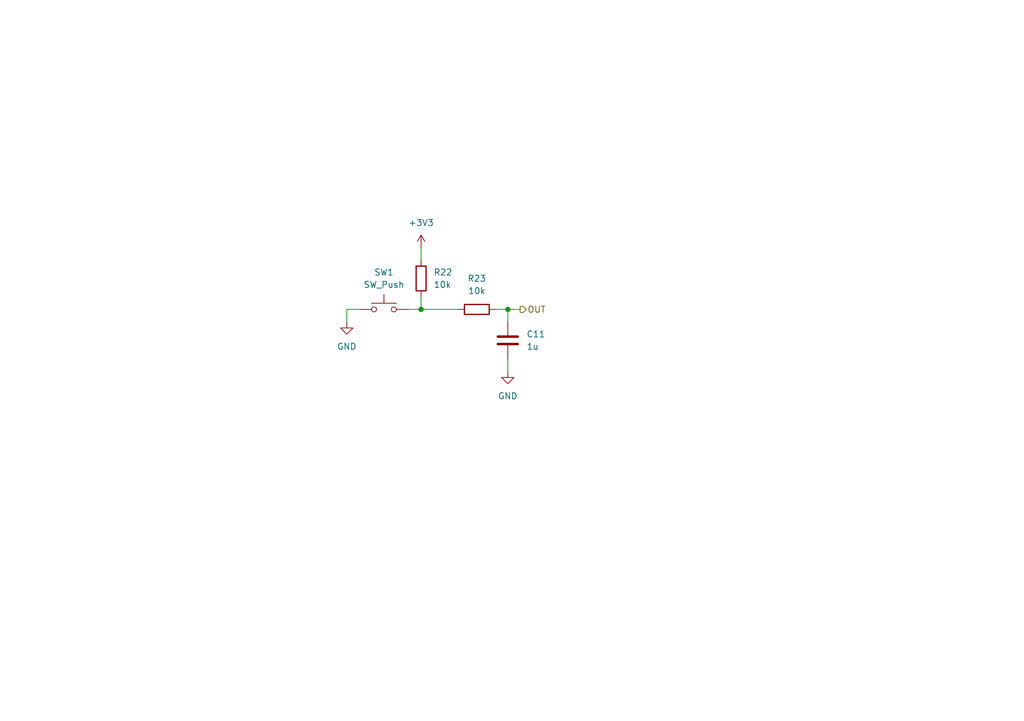
<source format=kicad_sch>
(kicad_sch (version 20231120) (generator "eeschema") (generator_version "8.0")
  (paper "A5")
  (lib_symbols
    (symbol "Device:C" (pin_numbers hide) (pin_names (offset 0.254))
      (property "Reference" "C" (at 0.635 2.54 0))
      (property "Value" "C" (at 0.635 -2.54 0))
      (symbol "C_0_1"
        (polyline (pts (xy -2.032 -0.762) (xy 2.032 -0.762)) (stroke (width 0.508)))
        (polyline (pts (xy -2.032 0.762) (xy 2.032 0.762)) (stroke (width 0.508)))
      )
      (symbol "C_1_1"
        (pin passive line (at 0 3.81 270) (length 2.794) (name "~") (number "1"))
        (pin passive line (at 0 -3.81 90) (length 2.794) (name "~") (number "2"))
      )
    )
    (symbol "Device:R" (pin_numbers hide) (pin_names (offset 0))
      (property "Reference" "R" (at 2.032 0 90))
      (property "Value" "R" (at 0 0 90))
      (symbol "R_0_1"
        (rectangle (start -1.016 -2.54) (end 1.016 2.54) (stroke (width 0.254)))
      )
      (symbol "R_1_1"
        (pin passive line (at 0 3.81 270) (length 1.27) (name "~") (number "1"))
        (pin passive line (at 0 -3.81 90) (length 1.27) (name "~") (number "2"))
      )
    )
    (symbol "Switch:SW_Push" (pin_numbers hide) (pin_names (offset 1.016) hide)
      (property "Reference" "SW" (at 1.27 2.54 0))
      (property "Value" "SW_Push" (at 0 -1.524 0))
      (symbol "SW_Push_0_1"
        (circle (center -2.032 0) (radius 0.508))
        (polyline (pts (xy 0 1.27) (xy 0 3.048)))
        (polyline (pts (xy 2.54 1.27) (xy -2.54 1.27)))
        (circle (center 2.032 0) (radius 0.508))
        (pin passive line (at -5.08 0 0) (length 2.54) (name "1") (number "1"))
        (pin passive line (at 5.08 0 180) (length 2.54) (name "2") (number "2"))
      )
    )
    (symbol "power:+3V3" (power) (pin_numbers hide) (pin_names (offset 0) hide)
      (property "Value" "+3V3" (at 0 3.556 0))
      (symbol "+3V3_0_1"
        (polyline (pts (xy -0.762 1.27) (xy 0 2.54)))
        (polyline (pts (xy 0 0) (xy 0 2.54)))
        (polyline (pts (xy 0 2.54) (xy 0.762 1.27)))
      )
      (symbol "+3V3_1_1"
        (pin power_in line (at 0 0 90) (length 0) (name "~") (number "1"))
      )
    )
    (symbol "power:GND" (power) (pin_numbers hide) (pin_names (offset 0) hide)
      (property "Value" "GND" (at 0 -3.81 0))
      (symbol "GND_0_1"
        (polyline (pts (xy 0 0) (xy 0 -1.27) (xy 1.27 -1.27) (xy 0 -2.54) (xy -1.27 -1.27) (xy 0 -1.27)))
      )
      (symbol "GND_1_1"
        (pin power_in line (at 0 0 270) (length 0) (name "~") (number "1"))
      )
    )
  )
  (junction (at 86.36 63.5))
  (junction (at 104.14 63.5))
  (wire (pts (xy 83.82 63.5) (xy 86.36 63.5)))
  (wire (pts (xy 71.12 63.5) (xy 73.66 63.5)))
  (wire (pts (xy 104.14 73.66) (xy 104.14 76.2)))
  (wire (pts (xy 86.36 60.96) (xy 86.36 63.5)))
  (wire (pts (xy 101.6 63.5) (xy 104.14 63.5)))
  (wire (pts (xy 71.12 63.5) (xy 71.12 66.04)))
  (wire (pts (xy 86.36 50.8) (xy 86.36 53.34)))
  (wire (pts (xy 86.36 63.5) (xy 93.98 63.5)))
  (wire (pts (xy 104.14 63.5) (xy 106.68 63.5)))
  (wire (pts (xy 104.14 63.5) (xy 104.14 66.04)))
  (hierarchical_label "OUT" (shape output) (at 106.68 63.5 0))
  (symbol (lib_id "power:GND") (at 71.12 66.04 0) (unit 1)
    (property "Reference" "#PWR042" (effects (hide yes)))
    (property "Value" "GND" (at 71.12 71.12 0))
    (property "Description" "Power symbol creates a global label with name \"GND\" , ground" (effects (hide yes)))
    (instances (project "cpld-display" (path "" (reference "#PWR042") (unit 1)) (path "" (reference "#PWR045") (unit 1)) (path "" (reference "#PWR048") (unit 1))))
  )
  (symbol (lib_id "power:GND") (at 104.14 76.2 0) (unit 1)
    (property "Reference" "#PWR044" (effects (hide yes)))
    (property "Value" "GND" (at 104.14 81.28 0))
    (property "Description" "Power symbol creates a global label with name \"GND\" , ground" (effects (hide yes)))
    (instances (project "" (path "" (reference "#PWR044") (unit 1)) (path "" (reference "#PWR047") (unit 1)) (path "" (reference "#PWR050") (unit 1))))
  )
  (symbol (lib_id "power:+3V3") (at 86.36 50.8 0) (unit 1)
    (property "Reference" "#PWR043" (effects (hide yes)))
    (property "Value" "+3V3" (at 86.36 45.72 0))
    (property "Description" "Power symbol creates a global label with name \"+3V3\"" (effects (hide yes)))
    (instances (project "" (path "" (reference "#PWR043") (unit 1)) (path "" (reference "#PWR046") (unit 1)) (path "" (reference "#PWR049") (unit 1))))
  )
  (symbol (lib_id "Device:R") (at 86.36 57.15 180) (unit 1)
    (property "Reference" "R22" (at 88.9 55.8799 0) (effects (justify right)))
    (property "Value" "10k" (at 88.9 58.4199 0) (effects (justify right)))
    (property "Footprint" "Resistor_SMD:R_0402_1005Metric" (effects (hide yes)))
    (property "Description" "Resistor" (effects (hide yes)))
    (property "LCSC" "C25744" (effects (hide yes)))
    (instances (project "cpld-display" (path "" (reference "R22") (unit 1)) (path "" (reference "R24") (unit 1)) (path "" (reference "R26") (unit 1))))
  )
  (symbol (lib_id "Switch:SW_Push") (at 78.74 63.5 0) (unit 1)
    (property "Reference" "SW1" (at 78.74 55.88 0))
    (property "Value" "SW_Push" (at 78.74 58.42 0))
    (property "Footprint" "Button_Switch_SMD:SW_SPST_TL3342" (effects (hide yes)))
    (property "Description" "Push button switch, generic, two pins" (effects (hide yes)))
    (property "LCSC" "C318884" (effects (hide yes)))
    (instances (project "" (path "" (reference "SW1") (unit 1)) (path "" (reference "SW2") (unit 1)) (path "" (reference "SW3") (unit 1))))
  )
  (symbol (lib_id "Device:R") (at 97.79 63.5 90) (unit 1)
    (property "Reference" "R23" (at 97.79 57.15 90))
    (property "Value" "10k" (at 97.79 59.69 90))
    (property "Footprint" "Resistor_SMD:R_0402_1005Metric" (effects (hide yes)))
    (property "Description" "Resistor" (effects (hide yes)))
    (property "LCSC" "C25744" (effects (hide yes)))
    (instances (project "" (path "" (reference "R23") (unit 1)) (path "" (reference "R25") (unit 1)) (path "" (reference "R27") (unit 1))))
  )
  (symbol (lib_id "Device:C") (at 104.14 69.85 0) (unit 1)
    (property "Reference" "C11" (at 107.95 68.5799 0) (effects (justify left)))
    (property "Value" "1u" (at 107.95 71.1199 0) (effects (justify left)))
    (property "Footprint" "Capacitor_SMD:C_0402_1005Metric" (effects (hide yes)))
    (property "Description" "Unpolarized capacitor" (effects (hide yes)))
    (property "LCSC" "C52923" (effects (hide yes)))
    (instances (project "" (path "" (reference "C11") (unit 1)) (path "" (reference "C12") (unit 1)) (path "" (reference "C13") (unit 1))))
  )
)
</source>
